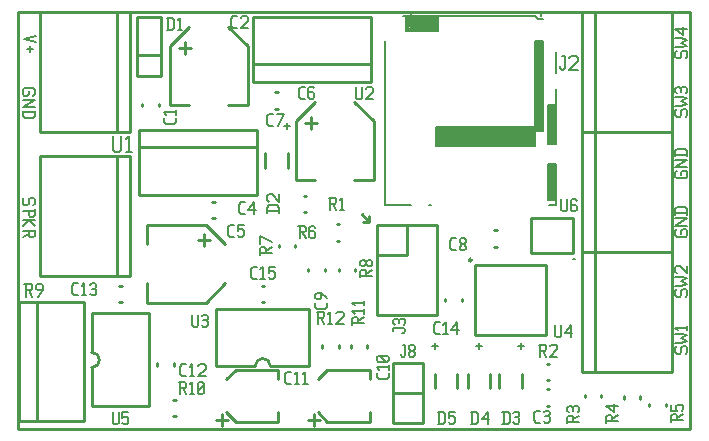
<source format=gbr>
G04 start of page 8 for group -4079 idx -4079 *
G04 Title: (unknown), topsilk *
G04 Creator: pcb 20110918 *
G04 CreationDate: Tue 27 May 2014 03:52:58 AM GMT UTC *
G04 For: ndholmes *
G04 Format: Gerber/RS-274X *
G04 PCB-Dimensions: 225000 140000 *
G04 PCB-Coordinate-Origin: lower left *
%MOIN*%
%FSLAX25Y25*%
%LNTOPSILK*%
%ADD72C,0.0080*%
%ADD71C,0.0100*%
G54D71*X179500Y139500D02*X500D01*
Y58500D01*
Y61000D02*Y500D01*
X224500D02*Y139500D01*
X167500D01*
X500Y500D02*X224500D01*
X117500Y69500D02*X116000D01*
X116500D02*X115500D01*
X115000Y72000D02*X117500Y69500D01*
Y71500D01*
G54D72*X219500Y66500D02*X220000Y67000D01*
X219500Y66500D02*Y65000D01*
X220000Y64500D02*X219500Y65000D01*
X220000Y64500D02*X223000D01*
X223500Y65000D01*
Y66500D02*Y65000D01*
Y66500D02*X223000Y67000D01*
X222000D02*X223000D01*
X221500Y66500D02*X222000Y67000D01*
X221500Y66500D02*Y65500D01*
X219500Y68200D02*X223500D01*
X219500D02*X223500Y70700D01*
X219500D02*X223500D01*
X219500Y72400D02*X223500D01*
X219500Y73700D02*X220200Y74400D01*
X222800D01*
X223500Y73700D02*X222800Y74400D01*
X223500Y73700D02*Y71900D01*
X219500Y73700D02*Y71900D01*
Y86000D02*X220000Y86500D01*
X219500Y86000D02*Y84500D01*
X220000Y84000D02*X219500Y84500D01*
X220000Y84000D02*X223000D01*
X223500Y84500D01*
Y86000D02*Y84500D01*
Y86000D02*X223000Y86500D01*
X222000D02*X223000D01*
X221500Y86000D02*X222000Y86500D01*
X221500Y86000D02*Y85000D01*
X219500Y87700D02*X223500D01*
X219500D02*X223500Y90200D01*
X219500D02*X223500D01*
X219500Y91900D02*X223500D01*
X219500Y93200D02*X220200Y93900D01*
X222800D01*
X223500Y93200D02*X222800Y93900D01*
X223500Y93200D02*Y91400D01*
X219500Y93200D02*Y91400D01*
Y86000D02*X220000Y86500D01*
X219500Y86000D02*Y84500D01*
X220000Y84000D02*X219500Y84500D01*
X220000Y84000D02*X223000D01*
X223500Y84500D01*
Y86000D02*Y84500D01*
Y86000D02*X223000Y86500D01*
X222000D02*X223000D01*
X221500Y86000D02*X222000Y86500D01*
X221500Y86000D02*Y85000D01*
X219500Y87700D02*X223500D01*
X219500D02*X223500Y90200D01*
X219500D02*X223500D01*
X219500Y91900D02*X223500D01*
X219500Y93200D02*X220200Y93900D01*
X222800D01*
X223500Y93200D02*X222800Y93900D01*
X223500Y93200D02*Y91400D01*
X219500Y93200D02*Y91400D01*
Y27500D02*X220000Y28000D01*
X219500Y27500D02*Y26000D01*
X220000Y25500D02*X219500Y26000D01*
X220000Y25500D02*X221000D01*
X221500Y26000D01*
Y27500D02*Y26000D01*
Y27500D02*X222000Y28000D01*
X223000D01*
X223500Y27500D02*X223000Y28000D01*
X223500Y27500D02*Y26000D01*
X223000Y25500D02*X223500Y26000D01*
X219500Y29200D02*X221500D01*
X223500Y29700D01*
X221500Y30700D01*
X223500Y31700D01*
X221500Y32200D01*
X219500D02*X221500D01*
X220300Y33400D02*X219500Y34200D01*
X223500D01*
Y34900D02*Y33400D01*
X219500Y46500D02*X220000Y47000D01*
X219500Y46500D02*Y45000D01*
X220000Y44500D02*X219500Y45000D01*
X220000Y44500D02*X221000D01*
X221500Y45000D01*
Y46500D02*Y45000D01*
Y46500D02*X222000Y47000D01*
X223000D01*
X223500Y46500D02*X223000Y47000D01*
X223500Y46500D02*Y45000D01*
X223000Y44500D02*X223500Y45000D01*
X219500Y48200D02*X221500D01*
X223500Y48700D01*
X221500Y49700D01*
X223500Y50700D01*
X221500Y51200D01*
X219500D02*X221500D01*
X220000Y52400D02*X219500Y52900D01*
Y54400D02*Y52900D01*
Y54400D02*X220000Y54900D01*
X221000D01*
X223500Y52400D02*X221000Y54900D01*
X223500D02*Y52400D01*
X6500Y131500D02*X2500Y130500D01*
X6500Y129500D01*
X4500Y128300D02*Y126300D01*
X3500Y127300D02*X5500D01*
X6000Y112000D02*X5500Y111500D01*
X6000Y113500D02*Y112000D01*
X5500Y114000D02*X6000Y113500D01*
X2500Y114000D02*X5500D01*
X2500D02*X2000Y113500D01*
Y112000D01*
X2500Y111500D01*
X3500D01*
X4000Y112000D02*X3500Y111500D01*
X4000Y113000D02*Y112000D01*
X2000Y110300D02*X6000D01*
X2000Y107800D01*
X6000D01*
X2000Y106100D02*X6000D01*
Y104800D02*X5300Y104100D01*
X2700D02*X5300D01*
X2000Y104800D02*X2700Y104100D01*
X2000Y106600D02*Y104800D01*
X6000Y106600D02*Y104800D01*
Y75500D02*X5500Y75000D01*
X6000Y77000D02*Y75500D01*
X5500Y77500D02*X6000Y77000D01*
X4500Y77500D02*X5500D01*
X4500D02*X4000Y77000D01*
Y75500D01*
X3500Y75000D01*
X2500D02*X3500D01*
X2000Y75500D02*X2500Y75000D01*
X2000Y77000D02*Y75500D01*
X2500Y77500D02*X2000Y77000D01*
Y73300D02*X6000D01*
Y73800D02*Y71800D01*
X5500Y71300D01*
X4500D02*X5500D01*
X4000Y71800D02*X4500Y71300D01*
X4000Y73300D02*Y71800D01*
X2000Y70100D02*X6000D01*
X4000D02*X6000Y68100D01*
X4000Y70100D02*X2000Y68100D01*
X6000Y66900D02*Y64900D01*
X5500Y64400D01*
X4500D02*X5500D01*
X4000Y64900D02*X4500Y64400D01*
X4000Y66400D02*Y64900D01*
X2000Y66400D02*X6000D01*
X4000Y65600D02*X2000Y64400D01*
X219500Y106500D02*X220000Y107000D01*
X219500Y106500D02*Y105000D01*
X220000Y104500D02*X219500Y105000D01*
X220000Y104500D02*X221000D01*
X221500Y105000D01*
Y106500D02*Y105000D01*
Y106500D02*X222000Y107000D01*
X223000D01*
X223500Y106500D02*X223000Y107000D01*
X223500Y106500D02*Y105000D01*
X223000Y104500D02*X223500Y105000D01*
X219500Y108200D02*X221500D01*
X223500Y108700D01*
X221500Y109700D01*
X223500Y110700D01*
X221500Y111200D01*
X219500D02*X221500D01*
X220000Y112400D02*X219500Y112900D01*
Y113900D02*Y112900D01*
Y113900D02*X220000Y114400D01*
X223500Y113900D02*X223000Y114400D01*
X223500Y113900D02*Y112900D01*
X223000Y112400D02*X223500Y112900D01*
X221300Y113900D02*Y112900D01*
X220000Y114400D02*X220800D01*
X221800D02*X223000D01*
X221800D02*X221300Y113900D01*
X220800Y114400D02*X221300Y113900D01*
X89000Y101500D02*X91000D01*
X90000Y102500D02*Y100500D01*
X219500Y126000D02*X220000Y126500D01*
X219500Y126000D02*Y124500D01*
X220000Y124000D02*X219500Y124500D01*
X220000Y124000D02*X221000D01*
X221500Y124500D01*
Y126000D02*Y124500D01*
Y126000D02*X222000Y126500D01*
X223000D01*
X223500Y126000D02*X223000Y126500D01*
X223500Y126000D02*Y124500D01*
X223000Y124000D02*X223500Y124500D01*
X219500Y127700D02*X221500D01*
X223500Y128200D01*
X221500Y129200D01*
X223500Y130200D01*
X221500Y130700D01*
X219500D02*X221500D01*
X222000Y131900D02*X219500Y133900D01*
X222000Y134400D02*Y131900D01*
X219500Y133900D02*X223500D01*
X167000Y28000D02*X169000D01*
X168000Y29000D02*Y27000D01*
X153000Y28000D02*X155000D01*
X154000Y29000D02*Y27000D01*
X185500Y57000D02*X186000D01*
X138500Y28000D02*X140500D01*
X139500Y29000D02*Y27000D01*
G54D71*X52150Y10255D02*X52936D01*
X52150Y4745D02*X52936D01*
X87161Y2839D02*Y6004D01*
Y20161D02*Y16996D01*
X73004Y20161D02*X87161D01*
X73004Y2839D02*X87161D01*
X73004Y20161D02*X69839Y16996D01*
X73004Y2839D02*X69839Y6004D01*
X68500Y5500D02*Y1500D01*
X66500Y3500D02*X70500D01*
X25000Y8000D02*X44000D01*
Y39000D02*Y8000D01*
X25000Y39000D02*X44000D01*
X25000Y21000D02*Y8000D01*
Y39000D02*Y26000D01*
Y21000D02*G75*G03X25000Y26000I0J2500D01*G01*
X22343Y42685D02*Y3315D01*
X689Y42685D02*Y3315D01*
X6595Y42685D02*Y3315D01*
X689Y42685D02*X22343D01*
X689Y3315D02*X22343D01*
X34107Y42745D02*X34893D01*
X34107Y48255D02*X34893D01*
X46745Y22393D02*Y21607D01*
X52255Y22393D02*Y21607D01*
X97500Y40500D02*Y21500D01*
X66500Y40500D02*X97500D01*
X66500D02*Y21500D01*
X84500D02*X97500D01*
X66500D02*X79500D01*
X84500D02*G75*G03X79500Y21500I-2500J0D01*G01*
X81607Y48255D02*X82393D01*
X81607Y42745D02*X82393D01*
X95607Y78255D02*X96393D01*
X95607Y72745D02*X96393D01*
X86107Y107245D02*X86893D01*
X86107Y112755D02*X86893D01*
X87245Y61893D02*Y61107D01*
X92755Y61893D02*Y61107D01*
X93008Y83508D02*X99504D01*
X112496D02*X118992D01*
Y102996D02*Y83508D01*
X93008Y102996D02*Y83508D01*
X118992Y102996D02*X112496Y109492D01*
X93008Y102996D02*X99504Y109492D01*
X96000Y102500D02*X100000D01*
X98000Y104500D02*Y100500D01*
G54D72*X139712Y101122D02*Y94823D01*
X172783Y101122D02*Y94823D01*
X139712Y101122D02*X172783D01*
X139712Y94823D02*X172783D01*
Y99941D02*X175539D01*
Y129862D02*Y99941D01*
X172783Y129862D02*X175539D01*
X172783D02*Y99941D01*
X176917Y76910D02*X179870D01*
Y88721D02*Y76910D01*
X176917Y88721D02*X179870D01*
X176917D02*Y76910D01*
X140500Y136949D02*X139319Y138130D01*
X140500Y137736D02*X140106Y138130D01*
X139713Y133012D02*X134595Y138130D01*
X138926Y133012D02*X133808Y138130D01*
X129870D02*X140500D01*
X129870D02*Y133012D01*
X140500D01*
Y138130D02*Y133012D01*
X179870Y76910D02*X176918Y79862D01*
X179082Y76910D02*X176917Y79075D01*
X178295Y76910D02*X176917Y78288D01*
X177508Y76910D02*X176918Y77500D01*
X179870Y77697D02*X176918Y80649D01*
X179870Y78484D02*X176918Y81436D01*
X179870Y79271D02*X176918Y82223D01*
X179870Y80059D02*X176918Y83011D01*
X179870Y80846D02*X176918Y83798D01*
X179870Y81634D02*X176918Y84586D01*
X179870Y82421D02*X176918Y85373D01*
X179870Y83208D02*X176918Y86160D01*
X179870Y83996D02*X176918Y86948D01*
X179870Y84783D02*X176918Y87735D01*
X179870Y85571D02*X176918Y88523D01*
X179870Y86358D02*X177509Y88720D01*
X179870Y87146D02*X178295Y88721D01*
X179870Y87933D02*X179082Y88721D01*
X179870Y108013D02*X179279Y108603D01*
X138138Y133012D02*X133020Y138130D01*
X137351Y133012D02*X132233Y138130D01*
X136563Y133012D02*X131445Y138130D01*
X135776Y133012D02*X130658Y138130D01*
X134989Y133012D02*X129871Y138130D01*
Y137343D02*X134202Y133012D01*
X129871Y136555D02*X133414Y133012D01*
X129871Y135768D02*X132627Y133012D01*
X129871Y134980D02*X131839Y133012D01*
X129871Y134193D02*X131052Y133012D01*
X129871Y133406D02*X130265Y133012D01*
X128689Y138130D02*X172783D01*
X179870Y126319D02*Y119036D01*
Y113918D02*Y95414D01*
Y88721D02*Y75138D01*
X177508D02*X179870D01*
X137350D02*X138137D01*
X122783D02*X131445D01*
X122783Y129862D02*Y75138D01*
X172783Y138130D02*X173767Y137146D01*
X175342D01*
X175539Y99941D02*X172783Y102697D01*
X174752Y99941D02*X172783Y101910D01*
X173964Y99941D02*X172783Y101122D01*
Y99547D02*X171208Y101122D01*
X175539Y100728D02*X172783Y103484D01*
X175539Y101516D02*X172783Y104272D01*
X175539Y102303D02*X172783Y105059D01*
X175539Y103091D02*X172783Y105847D01*
X175539Y103878D02*X172783Y106634D01*
X175539Y104665D02*X172783Y107421D01*
X175539Y105453D02*X172783Y108209D01*
X175539Y106240D02*X172783Y108996D01*
X175539Y107028D02*X172783Y109784D01*
X175539Y107815D02*X172783Y110571D01*
X175539Y108602D02*X172783Y111358D01*
X175539Y109390D02*X172783Y112146D01*
X175539Y110177D02*X172783Y112933D01*
X175539Y110965D02*X172783Y113721D01*
X175539Y111753D02*X172783Y114509D01*
X175539Y112540D02*X172783Y115296D01*
X175539Y113327D02*X172783Y116083D01*
X175539Y114115D02*X172783Y116871D01*
X175539Y114902D02*X172783Y117658D01*
X175539Y115690D02*X172783Y118446D01*
X175539Y116477D02*X172783Y119233D01*
X175539Y117264D02*X172783Y120020D01*
X175539Y118052D02*X172783Y120808D01*
X175539Y118839D02*X172783Y121595D01*
X175539Y119627D02*X172783Y122383D01*
X175539Y120414D02*X172783Y123170D01*
X175539Y121201D02*X172783Y123957D01*
X175539Y121988D02*X172783Y124744D01*
X175539Y122776D02*X172783Y125532D01*
X175539Y123563D02*X172783Y126319D01*
X175539Y124351D02*X172783Y127107D01*
X175539Y125138D02*X172783Y127894D01*
X175539Y125925D02*X172783Y128681D01*
X175539Y126713D02*X172783Y129469D01*
X175539Y127500D02*X173177Y129862D01*
X175539Y128288D02*X173964Y129862D01*
X175539Y129075D02*X174752Y129862D01*
X172783Y94823D02*X166484Y101122D01*
X172783Y95610D02*X167271Y101122D01*
X172783Y96398D02*X168059Y101122D01*
X172783Y97185D02*X168846Y101122D01*
X172783Y97973D02*X169633Y101123D01*
X172783Y98760D02*X170421Y101122D01*
X173177Y99941D02*X171996Y101122D01*
X171995Y94823D02*X165696Y101122D01*
X171208Y94823D02*X164909Y101122D01*
X170420Y94823D02*X164121Y101122D01*
X169633Y94823D02*X163334Y101122D01*
X168845Y94823D02*X162546Y101122D01*
X168058Y94823D02*X161759Y101122D01*
X167270Y94823D02*X160971Y101122D01*
X166483Y94823D02*X160184Y101122D01*
X165695Y94823D02*X159396Y101122D01*
X164908Y94823D02*X158609Y101122D01*
X164120Y94823D02*X157821Y101122D01*
X163333Y94823D02*X157034Y101122D01*
X162545Y94823D02*X156246Y101122D01*
X161758Y94823D02*X155459Y101122D01*
X160970Y94823D02*X154671Y101122D01*
X160184Y94823D02*X153885Y101122D01*
X159396Y94823D02*X153097Y101122D01*
X158609Y94823D02*X152310Y101122D01*
X157821Y94823D02*X151522Y101122D01*
X157034Y94823D02*X150735Y101122D01*
X156246Y94823D02*X149947Y101122D01*
X155459Y94823D02*X149160Y101122D01*
X154671Y94823D02*X148372Y101122D01*
X153885Y94823D02*X147586Y101122D01*
X153097Y94823D02*X146798Y101122D01*
X152310Y94823D02*X146011Y101122D01*
X151522Y94823D02*X145223Y101122D01*
X150735Y94823D02*X144436Y101122D01*
X149947Y94823D02*X143648Y101122D01*
X149160Y94823D02*X142861Y101122D01*
X148372Y94823D02*X142073Y101122D01*
X147586Y94823D02*X141287Y101122D01*
X146798Y94823D02*X140499Y101122D01*
X146011Y94823D02*X139712Y101122D01*
X145223Y94823D02*X139711Y100335D01*
X144436Y94823D02*X139712Y99547D01*
X143648Y94823D02*X139712Y98760D01*
X142861Y94823D02*X139711Y97973D01*
X142073Y94823D02*X139711Y97185D01*
X141287Y94823D02*X139712Y96398D01*
X140500Y94823D02*X139713Y95610D01*
X140500Y133012D02*X135382Y138130D01*
X140500Y133799D02*X136169Y138130D01*
X140500Y134587D02*X136957Y138130D01*
X140500Y135374D02*X137744Y138130D01*
X140500Y136162D02*X138532Y138130D01*
X179870Y108603D02*Y95414D01*
X176917Y108604D02*X179870D01*
X176917Y108603D02*Y95414D01*
X179870D01*
X176918Y98366D01*
X179082Y95414D02*X176917Y97579D01*
X178295Y95414D02*X176917Y96792D01*
X177508Y95414D02*X176918Y96004D01*
X179870Y96201D02*X176918Y99153D01*
X179870Y96988D02*X176918Y99940D01*
X179870Y97775D02*X176918Y100727D01*
X179870Y98563D02*X176918Y101515D01*
X179870Y99350D02*X176918Y102302D01*
X179870Y100138D02*X176918Y103090D01*
X179870Y100925D02*X176918Y103877D01*
X179870Y101712D02*X176918Y104664D01*
X179870Y102500D02*X176918Y105452D01*
X179870Y103287D02*X176918Y106239D01*
X179870Y104075D02*X176918Y107027D01*
X179870Y104862D02*X176918Y107814D01*
X179870Y105650D02*X176917Y108602D01*
X179870Y106437D02*X177704Y108603D01*
X179870Y107225D02*X178492Y108603D01*
X131445Y139705D02*Y138130D01*
X174752Y139705D02*Y138130D01*
G54D71*X106564Y68755D02*X107350D01*
X106564Y63245D02*X107350D01*
X78815Y137843D02*X118185D01*
X78815Y116189D02*X118185D01*
X78815Y122095D02*X118185D01*
X78815Y137843D02*Y116189D01*
X118185Y137843D02*Y116189D01*
X159107Y66755D02*X159893D01*
X159107Y61245D02*X159893D01*
X218300Y139500D02*Y99500D01*
X188300Y139500D02*Y99500D01*
X192700Y139500D02*Y99500D01*
X188300D02*X218300D01*
X188300Y139500D02*X218300D01*
Y99500D02*Y59500D01*
X188300Y99500D02*Y59500D01*
X192700Y99500D02*Y59500D01*
X188300D02*X218300D01*
X188300Y99500D02*X218300D01*
X80185Y78657D02*X40815D01*
X80185Y100311D02*X40815D01*
Y94405D02*X80185D01*
Y100311D02*Y78657D01*
X40815D02*Y100311D01*
X51008Y108508D02*X57504D01*
X70496D02*X76992D01*
Y127996D02*Y108508D01*
X51008Y127996D02*Y108508D01*
X76992Y127996D02*X70496Y134492D01*
X51008Y127996D02*X57504Y134492D01*
X54000Y127500D02*X58000D01*
X56000Y129500D02*Y125500D01*
X47255Y108893D02*Y108107D01*
X41745Y108893D02*Y108107D01*
X82760Y92362D02*Y87638D01*
X90240Y92362D02*Y87638D01*
X7700Y139500D02*Y99500D01*
X37700Y139500D02*Y99500D01*
X33300Y139500D02*Y99500D01*
X7700Y139500D02*X37700D01*
X7700Y99500D02*X37700D01*
X48000Y137900D02*Y118200D01*
X40000Y137900D02*Y118200D01*
X48000D01*
X40000Y137900D02*X48000D01*
X40000Y125000D02*X48000D01*
X7700Y91500D02*Y51500D01*
X37700Y91500D02*Y51500D01*
X33300Y91500D02*Y51500D01*
X7700Y91500D02*X37700D01*
X7700Y51500D02*X37700D01*
X43508Y68492D02*Y61996D01*
Y49004D02*Y42508D01*
X62996D01*
X43508Y68492D02*X62996D01*
Y42508D02*X69492Y49004D01*
X62996Y68492D02*X69492Y61996D01*
X62500Y65500D02*Y61500D01*
X60500Y63500D02*X64500D01*
X65107Y70745D02*X65893D01*
X65107Y76255D02*X65893D01*
X116755Y28436D02*Y27650D01*
X111245Y28436D02*Y27650D01*
X107255Y28393D02*Y27607D01*
X101745Y28393D02*Y27607D01*
X117661Y2839D02*Y6004D01*
Y20161D02*Y16996D01*
X103504Y20161D02*X117661D01*
X103504Y2839D02*X117661D01*
X103504Y20161D02*X100339Y16996D01*
X103504Y2839D02*X100339Y6004D01*
X99000Y5500D02*Y1500D01*
X97000Y3500D02*X101000D01*
X102712Y53893D02*Y53107D01*
X97202Y53893D02*Y53107D01*
X120000Y68500D02*Y38500D01*
X140000D01*
Y68500D02*Y38500D01*
X120000Y68500D02*X140000D01*
X120000Y58500D02*X130000D01*
Y68500D02*Y58500D01*
X112755Y53893D02*Y53107D01*
X107245Y53893D02*Y53107D01*
X148255Y43893D02*Y43107D01*
X142745Y43893D02*Y43107D01*
X171500Y59000D02*X185400D01*
Y70800D02*Y59000D01*
X171500Y70800D02*X185400D01*
X171500D02*Y59000D01*
X152689Y55311D02*X176311D01*
Y31689D01*
X152689D01*
Y55311D01*
X150689Y56811D02*G75*G03X150689Y56811I500J0D01*G01*
X189245Y11850D02*Y11064D01*
X194755Y11850D02*Y11064D01*
X210788Y8850D02*Y8064D01*
X216298Y8850D02*Y8064D01*
X202245Y11393D02*Y10607D01*
X207755Y11393D02*Y10607D01*
X176607Y22255D02*X177393D01*
X176607Y16745D02*X177393D01*
X176607Y13755D02*X177393D01*
X176607Y8245D02*X177393D01*
X135500Y22500D02*Y2500D01*
X125500Y22500D02*X135500D01*
X125500D02*Y2500D01*
X135500D01*
X125500Y12500D02*X135500D01*
X125500D02*Y2500D01*
X160760Y18862D02*Y14138D01*
X168240Y18862D02*Y14138D01*
X150260Y18862D02*Y14138D01*
X157740Y18862D02*Y14138D01*
X139260Y18862D02*Y14138D01*
X146740Y18862D02*Y14138D01*
X218300Y59500D02*Y19500D01*
X188300Y59500D02*Y19500D01*
X192700Y59500D02*Y19500D01*
X188300D02*X218300D01*
X188300Y59500D02*X218300D01*
G54D72*X104000Y77500D02*X106000D01*
X106500Y77000D01*
Y76000D01*
X106000Y75500D02*X106500Y76000D01*
X104500Y75500D02*X106000D01*
X104500Y77500D02*Y73500D01*
X105300Y75500D02*X106500Y73500D01*
X107700Y76700D02*X108500Y77500D01*
Y73500D01*
X107700D02*X109200D01*
X32000Y98170D02*Y93515D01*
X32665Y92850D01*
X33995D01*
X34660Y93515D01*
Y98170D02*Y93515D01*
X36256Y97106D02*X37320Y98170D01*
Y92850D01*
X36256D02*X38251D01*
X93764Y68150D02*X95764D01*
X96264Y67650D01*
Y66650D01*
X95764Y66150D02*X96264Y66650D01*
X94264Y66150D02*X95764D01*
X94264Y68150D02*Y64150D01*
X95064Y66150D02*X96264Y64150D01*
X98964Y68150D02*X99464Y67650D01*
X97964Y68150D02*X98964D01*
X97464Y67650D02*X97964Y68150D01*
X97464Y67650D02*Y64650D01*
X97964Y64150D01*
X98964Y66350D02*X99464Y65850D01*
X97464Y66350D02*X98964D01*
X97964Y64150D02*X98964D01*
X99464Y64650D01*
Y65850D02*Y64650D01*
X94700Y110500D02*X96000D01*
X94000Y111200D02*X94700Y110500D01*
X94000Y113800D02*Y111200D01*
Y113800D02*X94700Y114500D01*
X96000D01*
X98700D02*X99200Y114000D01*
X97700Y114500D02*X98700D01*
X97200Y114000D02*X97700Y114500D01*
X97200Y114000D02*Y111000D01*
X97700Y110500D01*
X98700Y112700D02*X99200Y112200D01*
X97200Y112700D02*X98700D01*
X97700Y110500D02*X98700D01*
X99200Y111000D01*
Y112200D02*Y111000D01*
X81000Y60500D02*Y58500D01*
Y60500D02*X81500Y61000D01*
X82500D01*
X83000Y60500D02*X82500Y61000D01*
X83000Y60500D02*Y59000D01*
X81000D02*X85000D01*
X83000Y59800D02*X85000Y61000D01*
Y62700D02*X81000Y64700D01*
Y62200D01*
X72200Y134000D02*X73500D01*
X71500Y134700D02*X72200Y134000D01*
X71500Y137300D02*Y134700D01*
Y137300D02*X72200Y138000D01*
X73500D01*
X74700Y137500D02*X75200Y138000D01*
X76700D01*
X77200Y137500D01*
Y136500D01*
X74700Y134000D02*X77200Y136500D01*
X74700Y134000D02*X77200D01*
X71200Y64500D02*X72500D01*
X70500Y65200D02*X71200Y64500D01*
X70500Y67800D02*Y65200D01*
Y67800D02*X71200Y68500D01*
X72500D01*
X73700D02*X75700D01*
X73700D02*Y66500D01*
X74200Y67000D01*
X75200D01*
X75700Y66500D01*
Y65000D01*
X75200Y64500D02*X75700Y65000D01*
X74200Y64500D02*X75200D01*
X73700Y65000D02*X74200Y64500D01*
X74700Y72000D02*X76000D01*
X74000Y72700D02*X74700Y72000D01*
X74000Y75300D02*Y72700D01*
Y75300D02*X74700Y76000D01*
X76000D01*
X77200Y73500D02*X79200Y76000D01*
X77200Y73500D02*X79700D01*
X79200Y76000D02*Y72000D01*
X84200Y101500D02*X85500D01*
X83500Y102200D02*X84200Y101500D01*
X83500Y104800D02*Y102200D01*
Y104800D02*X84200Y105500D01*
X85500D01*
X87200Y101500D02*X89200Y105500D01*
X86700D02*X89200D01*
X50500Y137500D02*Y133500D01*
X51800Y137500D02*X52500Y136800D01*
Y134200D01*
X51800Y133500D02*X52500Y134200D01*
X50000Y133500D02*X51800D01*
X50000Y137500D02*X51800D01*
X53700Y136700D02*X54500Y137500D01*
Y133500D01*
X53700D02*X55200D01*
X113000Y114470D02*Y110865D01*
X113515Y110350D01*
X114545D01*
X115060Y110865D01*
Y114470D02*Y110865D01*
X116296Y113955D02*X116811Y114470D01*
X118356D01*
X118871Y113955D01*
Y112925D01*
X116296Y110350D02*X118871Y112925D01*
X116296Y110350D02*X118871D01*
X53000Y104000D02*Y102700D01*
X52300Y102000D02*X53000Y102700D01*
X49700Y102000D02*X52300D01*
X49700D02*X49000Y102700D01*
Y104000D02*Y102700D01*
X49800Y105200D02*X49000Y106000D01*
X53000D01*
Y106700D02*Y105200D01*
X181812Y124840D02*X182740D01*
Y120780D01*
X182160Y120200D02*X182740Y120780D01*
X181580Y120200D02*X182160D01*
X181000Y120780D02*X181580Y120200D01*
X181000Y121360D02*Y120780D01*
X184132Y124260D02*X184712Y124840D01*
X186452D01*
X187032Y124260D01*
Y123100D01*
X184132Y120200D02*X187032Y123100D01*
X184132Y120200D02*X187032D01*
X83500Y73000D02*X87500D01*
X83500Y74300D02*X84200Y75000D01*
X86800D01*
X87500Y74300D02*X86800Y75000D01*
X87500Y74300D02*Y72500D01*
X83500Y74300D02*Y72500D01*
X84000Y76200D02*X83500Y76700D01*
Y78200D02*Y76700D01*
Y78200D02*X84000Y78700D01*
X85000D01*
X87500Y76200D02*X85000Y78700D01*
X87500D02*Y76200D01*
X145200Y60000D02*X146500D01*
X144500Y60700D02*X145200Y60000D01*
X144500Y63300D02*Y60700D01*
Y63300D02*X145200Y64000D01*
X146500D01*
X147700Y60500D02*X148200Y60000D01*
X147700Y61300D02*Y60500D01*
Y61300D02*X148400Y62000D01*
X149000D01*
X149700Y61300D01*
Y60500D01*
X149200Y60000D02*X149700Y60500D01*
X148200Y60000D02*X149200D01*
X147700Y62700D02*X148400Y62000D01*
X147700Y63500D02*Y62700D01*
Y63500D02*X148200Y64000D01*
X149200D01*
X149700Y63500D01*
Y62700D01*
X149000Y62000D02*X149700Y62700D01*
X111850Y37264D02*Y35264D01*
Y37264D02*X112350Y37764D01*
X113350D01*
X113850Y37264D02*X113350Y37764D01*
X113850Y37264D02*Y35764D01*
X111850D02*X115850D01*
X113850Y36564D02*X115850Y37764D01*
X112650Y38964D02*X111850Y39764D01*
X115850D01*
Y40464D02*Y38964D01*
X112650Y41664D02*X111850Y42464D01*
X115850D01*
Y43164D02*Y41664D01*
X103500Y42500D02*Y41200D01*
X102800Y40500D02*X103500Y41200D01*
X100200Y40500D02*X102800D01*
X100200D02*X99500Y41200D01*
Y42500D02*Y41200D01*
X103500Y44200D02*X101500Y45700D01*
X100000D02*X101500D01*
X99500Y45200D02*X100000Y45700D01*
X99500Y45200D02*Y44200D01*
X100000Y43700D02*X99500Y44200D01*
X100000Y43700D02*X101000D01*
X101500Y44200D01*
Y45700D02*Y44200D01*
X100000Y39500D02*X102000D01*
X102500Y39000D01*
Y38000D01*
X102000Y37500D02*X102500Y38000D01*
X100500Y37500D02*X102000D01*
X100500Y39500D02*Y35500D01*
X101300Y37500D02*X102500Y35500D01*
X103700Y38700D02*X104500Y39500D01*
Y35500D01*
X103700D02*X105200D01*
X106400Y39000D02*X106900Y39500D01*
X108400D01*
X108900Y39000D01*
Y38000D01*
X106400Y35500D02*X108900Y38000D01*
X106400Y35500D02*X108900D01*
X124000Y19000D02*Y17700D01*
X123300Y17000D02*X124000Y17700D01*
X120700Y17000D02*X123300D01*
X120700D02*X120000Y17700D01*
Y19000D02*Y17700D01*
X120800Y20200D02*X120000Y21000D01*
X124000D01*
Y21700D02*Y20200D01*
X123500Y22900D02*X124000Y23400D01*
X120500Y22900D02*X123500D01*
X120500D02*X120000Y23400D01*
Y24400D02*Y23400D01*
Y24400D02*X120500Y24900D01*
X123500D01*
X124000Y24400D02*X123500Y24900D01*
X124000Y24400D02*Y23400D01*
X123000Y22900D02*X121000Y24900D01*
X128700Y28500D02*X129500D01*
Y25000D01*
X129000Y24500D02*X129500Y25000D01*
X128500Y24500D02*X129000D01*
X128000Y25000D02*X128500Y24500D01*
X128000Y25500D02*Y25000D01*
X130700D02*X131200Y24500D01*
X130700Y25800D02*Y25000D01*
Y25800D02*X131400Y26500D01*
X132000D01*
X132700Y25800D01*
Y25000D01*
X132200Y24500D02*X132700Y25000D01*
X131200Y24500D02*X132200D01*
X130700Y27200D02*X131400Y26500D01*
X130700Y28000D02*Y27200D01*
Y28000D02*X131200Y28500D01*
X132200D01*
X132700Y28000D01*
Y27200D01*
X132000Y26500D02*X132700Y27200D01*
X125500Y34000D02*Y33200D01*
Y34000D02*X129000D01*
X129500Y33500D02*X129000Y34000D01*
X129500Y33500D02*Y33000D01*
X129000Y32500D02*X129500Y33000D01*
X128500Y32500D02*X129000D01*
X126000Y35200D02*X125500Y35700D01*
Y36700D02*Y35700D01*
Y36700D02*X126000Y37200D01*
X129500Y36700D02*X129000Y37200D01*
X129500Y36700D02*Y35700D01*
X129000Y35200D02*X129500Y35700D01*
X127300Y36700D02*Y35700D01*
X126000Y37200D02*X126800D01*
X127800D02*X129000D01*
X127800D02*X127300Y36700D01*
X126800Y37200D02*X127300Y36700D01*
X53936Y16150D02*X55936D01*
X56436Y15650D01*
Y14650D01*
X55936Y14150D02*X56436Y14650D01*
X54436Y14150D02*X55936D01*
X54436Y16150D02*Y12150D01*
X55236Y14150D02*X56436Y12150D01*
X57636Y15350D02*X58436Y16150D01*
Y12150D01*
X57636D02*X59136D01*
X60336Y12650D02*X60836Y12150D01*
X60336Y15650D02*Y12650D01*
Y15650D02*X60836Y16150D01*
X61836D01*
X62336Y15650D01*
Y12650D01*
X61836Y12150D02*X62336Y12650D01*
X60836Y12150D02*X61836D01*
X60336Y13150D02*X62336Y15150D01*
X90200Y15500D02*X91500D01*
X89500Y16200D02*X90200Y15500D01*
X89500Y18800D02*Y16200D01*
Y18800D02*X90200Y19500D01*
X91500D01*
X92700Y18700D02*X93500Y19500D01*
Y15500D01*
X92700D02*X94200D01*
X95400Y18700D02*X96200Y19500D01*
Y15500D01*
X95400D02*X96900D01*
X55200Y18000D02*X56500D01*
X54500Y18700D02*X55200Y18000D01*
X54500Y21300D02*Y18700D01*
Y21300D02*X55200Y22000D01*
X56500D01*
X57700Y21200D02*X58500Y22000D01*
Y18000D01*
X57700D02*X59200D01*
X60400Y21500D02*X60900Y22000D01*
X62400D01*
X62900Y21500D01*
Y20500D01*
X60400Y18000D02*X62900Y20500D01*
X60400Y18000D02*X62900D01*
X32000Y6000D02*Y2500D01*
X32500Y2000D01*
X33500D01*
X34000Y2500D01*
Y6000D02*Y2500D01*
X35200Y6000D02*X37200D01*
X35200D02*Y4000D01*
X35700Y4500D01*
X36700D01*
X37200Y4000D01*
Y2500D01*
X36700Y2000D02*X37200Y2500D01*
X35700Y2000D02*X36700D01*
X35200Y2500D02*X35700Y2000D01*
X218043Y4957D02*Y2957D01*
Y4957D02*X218543Y5457D01*
X219543D01*
X220043Y4957D02*X219543Y5457D01*
X220043Y4957D02*Y3457D01*
X218043D02*X222043D01*
X220043Y4257D02*X222043Y5457D01*
X218043Y8657D02*Y6657D01*
X220043D01*
X219543Y7157D01*
Y8157D02*Y7157D01*
Y8157D02*X220043Y8657D01*
X221543D01*
X222043Y8157D02*X221543Y8657D01*
X222043Y8157D02*Y7157D01*
X221543Y6657D02*X222043Y7157D01*
X196500Y4586D02*Y2586D01*
Y4586D02*X197000Y5086D01*
X198000D01*
X198500Y4586D02*X198000Y5086D01*
X198500Y4586D02*Y3086D01*
X196500D02*X200500D01*
X198500Y3886D02*X200500Y5086D01*
X199000Y6286D02*X196500Y8286D01*
X199000Y8786D02*Y6286D01*
X196500Y8286D02*X200500D01*
X162255Y6245D02*Y2245D01*
X163555Y6245D02*X164255Y5545D01*
Y2945D01*
X163555Y2245D02*X164255Y2945D01*
X161755Y2245D02*X163555D01*
X161755Y6245D02*X163555D01*
X165455Y5745D02*X165955Y6245D01*
X166955D01*
X167455Y5745D01*
X166955Y2245D02*X167455Y2745D01*
X165955Y2245D02*X166955D01*
X165455Y2745D02*X165955Y2245D01*
Y4445D02*X166955D01*
X167455Y5745D02*Y4945D01*
Y3945D02*Y2745D01*
Y3945D02*X166955Y4445D01*
X167455Y4945D02*X166955Y4445D01*
X151755Y6245D02*Y2245D01*
X153055Y6245D02*X153755Y5545D01*
Y2945D01*
X153055Y2245D02*X153755Y2945D01*
X151255Y2245D02*X153055D01*
X151255Y6245D02*X153055D01*
X154955Y3745D02*X156955Y6245D01*
X154955Y3745D02*X157455D01*
X156955Y6245D02*Y2245D01*
X140755Y6245D02*Y2245D01*
X142055Y6245D02*X142755Y5545D01*
Y2945D01*
X142055Y2245D02*X142755Y2945D01*
X140255Y2245D02*X142055D01*
X140255Y6245D02*X142055D01*
X143955D02*X145955D01*
X143955D02*Y4245D01*
X144455Y4745D01*
X145455D01*
X145955Y4245D01*
Y2745D01*
X145455Y2245D02*X145955Y2745D01*
X144455Y2245D02*X145455D01*
X143955Y2745D02*X144455Y2245D01*
X19200Y45000D02*X20500D01*
X18500Y45700D02*X19200Y45000D01*
X18500Y48300D02*Y45700D01*
Y48300D02*X19200Y49000D01*
X20500D01*
X21700Y48200D02*X22500Y49000D01*
Y45000D01*
X21700D02*X23200D01*
X24400Y48500D02*X24900Y49000D01*
X25900D01*
X26400Y48500D01*
X25900Y45000D02*X26400Y45500D01*
X24900Y45000D02*X25900D01*
X24400Y45500D02*X24900Y45000D01*
Y47200D02*X25900D01*
X26400Y48500D02*Y47700D01*
Y46700D02*Y45500D01*
Y46700D02*X25900Y47200D01*
X26400Y47700D02*X25900Y47200D01*
X58500Y38500D02*Y35000D01*
X59000Y34500D01*
X60000D01*
X60500Y35000D01*
Y38500D02*Y35000D01*
X61700Y38000D02*X62200Y38500D01*
X63200D01*
X63700Y38000D01*
X63200Y34500D02*X63700Y35000D01*
X62200Y34500D02*X63200D01*
X61700Y35000D02*X62200Y34500D01*
Y36700D02*X63200D01*
X63700Y38000D02*Y37200D01*
Y36200D02*Y35000D01*
Y36200D02*X63200Y36700D01*
X63700Y37200D02*X63200Y36700D01*
X78700Y50500D02*X80000D01*
X78000Y51200D02*X78700Y50500D01*
X78000Y53800D02*Y51200D01*
Y53800D02*X78700Y54500D01*
X80000D01*
X81200Y53700D02*X82000Y54500D01*
Y50500D01*
X81200D02*X82700D01*
X83900Y54500D02*X85900D01*
X83900D02*Y52500D01*
X84400Y53000D01*
X85400D01*
X85900Y52500D01*
Y51000D01*
X85400Y50500D02*X85900Y51000D01*
X84400Y50500D02*X85400D01*
X83900Y51000D02*X84400Y50500D01*
X2500Y48920D02*X4660D01*
X5200Y48380D01*
Y47300D01*
X4660Y46760D02*X5200Y47300D01*
X3040Y46760D02*X4660D01*
X3040Y48920D02*Y44600D01*
X3904Y46760D02*X5200Y44600D01*
X7036D02*X8656Y46760D01*
Y48380D02*Y46760D01*
X8116Y48920D02*X8656Y48380D01*
X7036Y48920D02*X8116D01*
X6496Y48380D02*X7036Y48920D01*
X6496Y48380D02*Y47300D01*
X7036Y46760D01*
X8656D01*
X114500Y53000D02*Y51000D01*
Y53000D02*X115000Y53500D01*
X116000D01*
X116500Y53000D02*X116000Y53500D01*
X116500Y53000D02*Y51500D01*
X114500D02*X118500D01*
X116500Y52300D02*X118500Y53500D01*
X118000Y54700D02*X118500Y55200D01*
X117200Y54700D02*X118000D01*
X117200D02*X116500Y55400D01*
Y56000D02*Y55400D01*
Y56000D02*X117200Y56700D01*
X118000D01*
X118500Y56200D02*X118000Y56700D01*
X118500Y56200D02*Y55200D01*
X115800Y54700D02*X116500Y55400D01*
X115000Y54700D02*X115800D01*
X115000D02*X114500Y55200D01*
Y56200D02*Y55200D01*
Y56200D02*X115000Y56700D01*
X115800D01*
X116500Y56000D02*X115800Y56700D01*
X139614Y32000D02*X140914D01*
X138914Y32700D02*X139614Y32000D01*
X138914Y35300D02*Y32700D01*
Y35300D02*X139614Y36000D01*
X140914D01*
X142114Y35200D02*X142914Y36000D01*
Y32000D01*
X142114D02*X143614D01*
X144814Y33500D02*X146814Y36000D01*
X144814Y33500D02*X147314D01*
X146814Y36000D02*Y32000D01*
X173050Y2650D02*X174350D01*
X172350Y3350D02*X173050Y2650D01*
X172350Y5950D02*Y3350D01*
Y5950D02*X173050Y6650D01*
X174350D01*
X175550Y6150D02*X176050Y6650D01*
X177050D01*
X177550Y6150D01*
X177050Y2650D02*X177550Y3150D01*
X176050Y2650D02*X177050D01*
X175550Y3150D02*X176050Y2650D01*
Y4850D02*X177050D01*
X177550Y6150D02*Y5350D01*
Y4350D02*Y3150D01*
Y4350D02*X177050Y4850D01*
X177550Y5350D02*X177050Y4850D01*
X174000Y28500D02*X176000D01*
X176500Y28000D01*
Y27000D01*
X176000Y26500D02*X176500Y27000D01*
X174500Y26500D02*X176000D01*
X174500Y28500D02*Y24500D01*
X175300Y26500D02*X176500Y24500D01*
X177700Y28000D02*X178200Y28500D01*
X179700D01*
X180200Y28000D01*
Y27000D01*
X177700Y24500D02*X180200Y27000D01*
X177700Y24500D02*X180200D01*
X181500Y77000D02*Y73500D01*
X182000Y73000D01*
X183000D01*
X183500Y73500D01*
Y77000D02*Y73500D01*
X186200Y77000D02*X186700Y76500D01*
X185200Y77000D02*X186200D01*
X184700Y76500D02*X185200Y77000D01*
X184700Y76500D02*Y73500D01*
X185200Y73000D01*
X186200Y75200D02*X186700Y74700D01*
X184700Y75200D02*X186200D01*
X185200Y73000D02*X186200D01*
X186700Y73500D01*
Y74700D02*Y73500D01*
X179500Y35000D02*Y31500D01*
X180000Y31000D01*
X181000D01*
X181500Y31500D01*
Y35000D02*Y31500D01*
X182700Y32500D02*X184700Y35000D01*
X182700Y32500D02*X185200D01*
X184700Y35000D02*Y31000D01*
X183500Y4457D02*Y2457D01*
Y4457D02*X184000Y4957D01*
X185000D01*
X185500Y4457D02*X185000Y4957D01*
X185500Y4457D02*Y2957D01*
X183500D02*X187500D01*
X185500Y3757D02*X187500Y4957D01*
X184000Y6157D02*X183500Y6657D01*
Y7657D02*Y6657D01*
Y7657D02*X184000Y8157D01*
X187500Y7657D02*X187000Y8157D01*
X187500Y7657D02*Y6657D01*
X187000Y6157D02*X187500Y6657D01*
X185300Y7657D02*Y6657D01*
X184000Y8157D02*X184800D01*
X185800D02*X187000D01*
X185800D02*X185300Y7657D01*
X184800Y8157D02*X185300Y7657D01*
M02*

</source>
